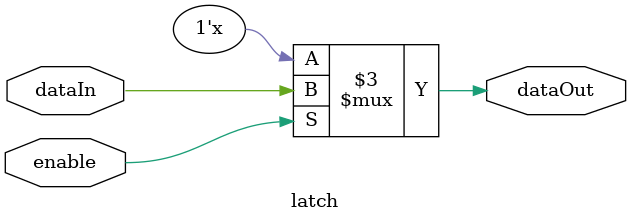
<source format=sv>
`timescale 1ns / 1ps

module latch (
    input logic dataIn,
    input logic enable,
    output logic dataOut
);
  (* DONT_TOUCH = "true" *)
  always @* begin
    if (enable) begin
      (* KEEP = "true" *)dataOut = dataIn;  // Passes dataIn to dataOut immediately when enabled
    end
  end

endmodule
</source>
